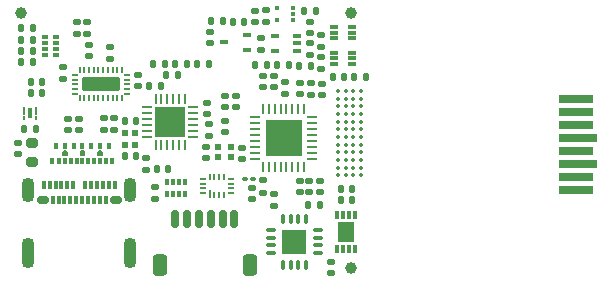
<source format=gbr>
G04 #@! TF.GenerationSoftware,KiCad,Pcbnew,5.99.0-unknown-r23941-4f651901*
G04 #@! TF.CreationDate,2020-11-30T00:39:07+01:00*
G04 #@! TF.ProjectId,sdrewire,73647265-7769-4726-952e-6b696361645f,rev?*
G04 #@! TF.SameCoordinates,PX70d1d60PY66b5f20*
G04 #@! TF.FileFunction,Soldermask,Top*
G04 #@! TF.FilePolarity,Negative*
%FSLAX46Y46*%
G04 Gerber Fmt 4.6, Leading zero omitted, Abs format (unit mm)*
G04 Created by KiCad (PCBNEW 5.99.0-unknown-r23941-4f651901) date 2020-11-30 00:39:07*
%MOMM*%
%LPD*%
G01*
G04 APERTURE LIST*
G04 Aperture macros list*
%AMRoundRect*
0 Rectangle with rounded corners*
0 $1 Rounding radius*
0 $2 $3 $4 $5 $6 $7 $8 $9 X,Y pos of 4 corners*
0 Add a 4 corners polygon primitive as box body*
4,1,4,$2,$3,$4,$5,$6,$7,$8,$9,$2,$3,0*
0 Add four circle primitives for the rounded corners*
1,1,$1+$1,$2,$3,0*
1,1,$1+$1,$4,$5,0*
1,1,$1+$1,$6,$7,0*
1,1,$1+$1,$8,$9,0*
0 Add four rect primitives between the rounded corners*
20,1,$1+$1,$2,$3,$4,$5,0*
20,1,$1+$1,$4,$5,$6,$7,0*
20,1,$1+$1,$6,$7,$8,$9,0*
20,1,$1+$1,$8,$9,$2,$3,0*%
G04 Aperture macros list end*
%ADD10RoundRect,0.135000X-0.135000X-0.185000X0.135000X-0.185000X0.135000X0.185000X-0.135000X0.185000X0*%
%ADD11RoundRect,0.140000X0.170000X-0.140000X0.170000X0.140000X-0.170000X0.140000X-0.170000X-0.140000X0*%
%ADD12RoundRect,0.150000X-0.150000X-0.625000X0.150000X-0.625000X0.150000X0.625000X-0.150000X0.625000X0*%
%ADD13RoundRect,0.250000X-0.350000X-0.650000X0.350000X-0.650000X0.350000X0.650000X-0.350000X0.650000X0*%
%ADD14RoundRect,0.062500X0.062500X-0.350000X0.062500X0.350000X-0.062500X0.350000X-0.062500X-0.350000X0*%
%ADD15RoundRect,0.062500X0.350000X-0.062500X0.350000X0.062500X-0.350000X0.062500X-0.350000X-0.062500X0*%
%ADD16R,2.600000X2.600000*%
%ADD17RoundRect,0.140000X-0.170000X0.140000X-0.170000X-0.140000X0.170000X-0.140000X0.170000X0.140000X0*%
%AMFp18*
4,1,18,0.050000,0.250000,0.069134,0.246194,0.085355,0.235355,0.096194,0.219134,0.100000,0.200000,0.099999,-0.200000,0.096193,-0.219134,0.085354,-0.235355,0.069133,-0.246194,0.049999,-0.250000,-0.050000,-0.250000,-0.069134,-0.246194,-0.085355,-0.235355,-0.096194,-0.219134,-0.100000,-0.200000,-0.099999,0.160000,-0.009999,0.250000,0.050000,0.250000,0.050000,0.250000,$1*%
%ADD18Fp18,180.000000*%
%ADD19RoundRect,0.050000X0.050000X0.200000X-0.050000X0.200000X-0.050000X-0.200000X0.050000X-0.200000X0*%
%AMFp20*
4,1,18,0.096193,-0.219134,0.085354,-0.235355,0.069133,-0.246194,0.049999,-0.250000,-0.050000,-0.250000,-0.069134,-0.246194,-0.085355,-0.235355,-0.096194,-0.219134,-0.100000,-0.200000,-0.099999,0.200000,-0.096193,0.219134,-0.085354,0.235355,-0.069133,0.246194,-0.049999,0.250000,0.010000,0.250000,0.100000,0.160000,0.099999,-0.200000,0.096193,-0.219134,0.096193,-0.219134,$1*%
%ADD20Fp20,180.000000*%
%AMFp21*
4,1,18,0.050000,0.250000,0.069134,0.246194,0.085355,0.235354,0.096194,0.219133,0.100000,0.199999,0.099999,-0.200000,0.096193,-0.219134,0.085354,-0.235355,0.069133,-0.246194,0.049999,-0.250000,-0.050000,-0.250000,-0.069134,-0.246194,-0.085355,-0.235354,-0.096194,-0.219133,-0.100000,-0.199999,-0.099999,0.160000,-0.009999,0.250000,0.050000,0.250000,0.050000,0.250000,$1*%
%ADD21Fp21,270.000000*%
%ADD22RoundRect,0.050000X-0.200000X0.050000X-0.200000X-0.050000X0.200000X-0.050000X0.200000X0.050000X0*%
%AMFp23*
4,1,18,0.096193,-0.219134,0.085354,-0.235355,0.069133,-0.246194,0.049999,-0.250000,-0.050000,-0.250000,-0.069134,-0.246194,-0.085355,-0.235354,-0.096194,-0.219133,-0.100000,-0.199999,-0.099999,0.200000,-0.096193,0.219134,-0.085354,0.235355,-0.069133,0.246194,-0.049999,0.250000,0.010000,0.250000,0.100000,0.159999,0.099999,-0.200000,0.096193,-0.219134,0.096193,-0.219134,$1*%
%ADD23Fp23,270.000000*%
%AMFp24*
4,1,18,0.050000,0.250000,0.069134,0.246194,0.085355,0.235355,0.096194,0.219134,0.100000,0.200000,0.100000,-0.200000,0.096194,-0.219134,0.085355,-0.235355,0.069134,-0.246194,0.050000,-0.250000,-0.050000,-0.250000,-0.069134,-0.246194,-0.085355,-0.235355,-0.096194,-0.219134,-0.100000,-0.200000,-0.100000,0.160000,-0.010000,0.250000,0.050000,0.250000,0.050000,0.250000,$1*%
%ADD24Fp24,0.000000*%
%ADD25RoundRect,0.050000X-0.050000X-0.200000X0.050000X-0.200000X0.050000X0.200000X-0.050000X0.200000X0*%
%AMFp26*
4,1,18,0.096194,-0.219134,0.085355,-0.235355,0.069134,-0.246194,0.050000,-0.250000,-0.050000,-0.250000,-0.069134,-0.246194,-0.085355,-0.235355,-0.096194,-0.219134,-0.100000,-0.200000,-0.100000,0.200000,-0.096194,0.219134,-0.085355,0.235355,-0.069134,0.246194,-0.050000,0.250000,0.010000,0.250000,0.100000,0.160000,0.100000,-0.200000,0.096194,-0.219134,0.096194,-0.219134,$1*%
%ADD26Fp26,0.000000*%
%AMFp27*
4,1,18,0.050000,0.250000,0.069134,0.246194,0.085355,0.235355,0.096194,0.219134,0.100000,0.200000,0.099999,-0.200000,0.096193,-0.219134,0.085354,-0.235355,0.069133,-0.246194,0.049999,-0.250000,-0.050000,-0.250000,-0.069134,-0.246194,-0.085355,-0.235355,-0.096194,-0.219134,-0.100000,-0.200000,-0.099999,0.160000,-0.009999,0.250000,0.050000,0.250000,0.050000,0.250000,$1*%
%ADD27Fp27,90.000000*%
%ADD28RoundRect,0.050000X0.200000X-0.050000X0.200000X0.050000X-0.200000X0.050000X-0.200000X-0.050000X0*%
%AMFp29*
4,1,18,0.096193,-0.219134,0.085354,-0.235355,0.069133,-0.246194,0.049999,-0.250000,-0.050000,-0.250000,-0.069134,-0.246194,-0.085355,-0.235355,-0.096194,-0.219134,-0.100000,-0.200000,-0.099999,0.200000,-0.096193,0.219134,-0.085354,0.235355,-0.069133,0.246194,-0.049999,0.250000,0.010000,0.250000,0.100000,0.160000,0.099999,-0.200000,0.096193,-0.219134,0.096193,-0.219134,$1*%
%ADD29Fp29,90.000000*%
%ADD30C,0.400000*%
%ADD31RoundRect,0.120000X1.480000X-0.480000X1.480000X0.480000X-1.480000X0.480000X-1.480000X-0.480000X0*%
%ADD32RoundRect,0.140000X0.140000X0.170000X-0.140000X0.170000X-0.140000X-0.170000X0.140000X-0.170000X0*%
%ADD33R,0.700000X0.450000*%
%ADD34RoundRect,0.140000X-0.140000X-0.170000X0.140000X-0.170000X0.140000X0.170000X-0.140000X0.170000X0*%
%ADD35RoundRect,0.135000X0.135000X0.185000X-0.135000X0.185000X-0.135000X-0.185000X0.135000X-0.185000X0*%
%ADD36RoundRect,0.135000X-0.185000X0.135000X-0.185000X-0.135000X0.185000X-0.135000X0.185000X0.135000X0*%
%ADD37C,1.000000*%
%ADD38R,0.600000X0.500000*%
%ADD39R,0.700000X0.340000*%
%ADD40RoundRect,0.135000X0.185000X-0.135000X0.185000X0.135000X-0.185000X0.135000X-0.185000X-0.135000X0*%
%ADD41R,2.900000X0.800000*%
%ADD42R,3.200000X0.800000*%
%ADD43RoundRect,0.147500X-0.147500X-0.172500X0.147500X-0.172500X0.147500X0.172500X-0.147500X0.172500X0*%
%ADD44R,0.500000X0.400000*%
%ADD45R,0.500000X0.300000*%
%ADD46RoundRect,0.062500X-0.062500X-0.087500X0.062500X-0.087500X0.062500X0.087500X-0.062500X0.087500X0*%
%ADD47R,0.300000X0.940000*%
%ADD48RoundRect,0.062500X-0.375000X-0.062500X0.375000X-0.062500X0.375000X0.062500X-0.375000X0.062500X0*%
%ADD49RoundRect,0.062500X-0.062500X-0.375000X0.062500X-0.375000X0.062500X0.375000X-0.062500X0.375000X0*%
%ADD50R,3.100000X3.100000*%
%ADD51RoundRect,0.100000X0.130000X0.100000X-0.130000X0.100000X-0.130000X-0.100000X0.130000X-0.100000X0*%
%ADD52C,0.350000*%
%ADD53RoundRect,0.075000X0.350000X0.075000X-0.350000X0.075000X-0.350000X-0.075000X0.350000X-0.075000X0*%
%ADD54RoundRect,0.075000X0.075000X0.350000X-0.075000X0.350000X-0.075000X-0.350000X0.075000X-0.350000X0*%
%ADD55R,2.100000X2.100000*%
%ADD56R,0.450000X0.500000*%
%ADD57R,0.300000X0.500000*%
%ADD58O,0.200000X0.700000*%
%ADD59O,0.200000X0.600000*%
%ADD60O,0.600000X0.200000*%
%ADD61RoundRect,0.200000X0.275000X-0.200000X0.275000X0.200000X-0.275000X0.200000X-0.275000X-0.200000X0*%
%ADD62R,0.500000X0.600000*%
%ADD63RoundRect,0.075000X-0.075000X-0.275000X0.075000X-0.275000X0.075000X0.275000X-0.075000X0.275000X0*%
%ADD64RoundRect,0.175000X-0.325000X-0.175000X0.325000X-0.175000X0.325000X0.175000X-0.325000X0.175000X0*%
%ADD65O,1.100000X2.600000*%
%ADD66O,1.100000X2.100000*%
%ADD67R,0.450000X0.300000*%
%ADD68R,0.300000X0.750000*%
%ADD69R,1.450000X1.750000*%
%ADD70R,0.650000X0.400000*%
%ADD71R,0.400000X0.500000*%
G04 APERTURE END LIST*
D10*
G04 #@! TO.C,R11*
X17090000Y21860000D03*
X18110000Y21860000D03*
G04 #@! TD*
D11*
G04 #@! TO.C,C40*
X21730000Y21830000D03*
X21730000Y22790000D03*
G04 #@! TD*
D12*
G04 #@! TO.C,J2*
X14100000Y5120000D03*
X15100000Y5120000D03*
X16100000Y5120000D03*
X17100000Y5120000D03*
X18100000Y5120000D03*
X19100000Y5120000D03*
D13*
X12800000Y1245000D03*
X20400000Y1245000D03*
G04 #@! TD*
D14*
G04 #@! TO.C,U4*
X12420000Y11392500D03*
X12920000Y11392500D03*
X13420000Y11392500D03*
X13920000Y11392500D03*
X14420000Y11392500D03*
X14920000Y11392500D03*
D15*
X15607500Y12080000D03*
X15607500Y12580000D03*
X15607500Y13080000D03*
X15607500Y13580000D03*
X15607500Y14080000D03*
X15607500Y14580000D03*
D14*
X14920000Y15267500D03*
X14420000Y15267500D03*
X13920000Y15267500D03*
X13420000Y15267500D03*
X12920000Y15267500D03*
X12420000Y15267500D03*
D15*
X11732500Y14580000D03*
X11732500Y14080000D03*
X11732500Y13580000D03*
X11732500Y13080000D03*
X11732500Y12580000D03*
X11732500Y12080000D03*
D16*
X13670000Y13330000D03*
G04 #@! TD*
D17*
G04 #@! TO.C,C51*
X22450000Y17240000D03*
X22450000Y16280000D03*
G04 #@! TD*
D11*
G04 #@! TO.C,C6*
X8010000Y12700000D03*
X8010000Y13660000D03*
G04 #@! TD*
D17*
G04 #@! TO.C,C38*
X20570000Y7790000D03*
X20570000Y6830000D03*
G04 #@! TD*
D18*
G04 #@! TO.C,U2*
X9580000Y17740000D03*
D19*
X9180000Y17740000D03*
X8780000Y17740000D03*
X8380000Y17740000D03*
X7980000Y17740000D03*
X7580000Y17740000D03*
X7180000Y17740000D03*
X6780000Y17740000D03*
X6380000Y17740000D03*
D20*
X5980000Y17740000D03*
D21*
X5580000Y17340000D03*
D22*
X5580000Y16940000D03*
X5580000Y16540000D03*
X5580000Y16140000D03*
D23*
X5580000Y15740000D03*
D24*
X5980000Y15340000D03*
D25*
X6380000Y15340000D03*
X6780000Y15340000D03*
X7180000Y15340000D03*
X7580000Y15340000D03*
X7980000Y15340000D03*
X8380000Y15340000D03*
X8780000Y15340000D03*
X9180000Y15340000D03*
D26*
X9580000Y15340000D03*
D27*
X9980000Y15740000D03*
D28*
X9980000Y16140000D03*
X9980000Y16540000D03*
X9980000Y16940000D03*
D29*
X9980000Y17340000D03*
D30*
X8980000Y16840000D03*
X6580000Y16840000D03*
X8980000Y16240000D03*
X7780000Y16240000D03*
X7780000Y16840000D03*
D31*
X7780000Y16540000D03*
D30*
X6580000Y16240000D03*
G04 #@! TD*
D32*
G04 #@! TO.C,C42*
X19920000Y21850000D03*
X18960000Y21850000D03*
G04 #@! TD*
D10*
G04 #@! TO.C,R10*
X29190000Y17170000D03*
X30210000Y17170000D03*
G04 #@! TD*
D33*
G04 #@! TO.C,Q2*
X20190000Y19440000D03*
X20190000Y20740000D03*
X18190000Y20090000D03*
G04 #@! TD*
D11*
G04 #@! TO.C,C8*
X5950455Y12669654D03*
X5950455Y13629654D03*
G04 #@! TD*
D34*
G04 #@! TO.C,C10*
X1840000Y16740000D03*
X2800000Y16740000D03*
G04 #@! TD*
D35*
G04 #@! TO.C,R1*
X13210000Y18260000D03*
X12190000Y18260000D03*
G04 #@! TD*
D36*
G04 #@! TO.C,R6*
X8560000Y19730000D03*
X8560000Y18710000D03*
G04 #@! TD*
D37*
G04 #@! TO.C,FID2*
X1000000Y22605000D03*
G04 #@! TD*
D38*
G04 #@! TO.C,Y2*
X17670000Y10400000D03*
X18770000Y10400000D03*
X18770000Y11200000D03*
X17670000Y11200000D03*
G04 #@! TD*
D10*
G04 #@! TO.C,R24*
X24550000Y18120000D03*
X25570000Y18120000D03*
G04 #@! TD*
D39*
G04 #@! TO.C,Q1*
X27550000Y19230000D03*
X27550000Y18730000D03*
X27550000Y18230000D03*
X29050000Y18230000D03*
X29050000Y18730000D03*
X29050000Y19230000D03*
G04 #@! TD*
D10*
G04 #@! TO.C,R9*
X25020000Y22740000D03*
X26040000Y22740000D03*
G04 #@! TD*
D17*
G04 #@! TO.C,C37*
X22420000Y7230000D03*
X22420000Y6270000D03*
G04 #@! TD*
D11*
G04 #@! TO.C,C44*
X25510000Y20880000D03*
X25510000Y21840000D03*
G04 #@! TD*
D40*
G04 #@! TO.C,R3*
X11650000Y9300000D03*
X11650000Y10320000D03*
G04 #@! TD*
D41*
G04 #@! TO.C,J4*
X48050000Y15305000D03*
X48050000Y14205000D03*
X48050000Y13105000D03*
D42*
X48200000Y12005000D03*
D41*
X48050000Y10905000D03*
D42*
X48200000Y9805000D03*
D41*
X48050000Y8705000D03*
X48050000Y7605000D03*
G04 #@! TD*
D11*
G04 #@! TO.C,C9*
X8930000Y12700000D03*
X8930000Y13660000D03*
G04 #@! TD*
D43*
G04 #@! TO.C,D1*
X1040000Y21270000D03*
X2010000Y21270000D03*
G04 #@! TD*
D17*
G04 #@! TO.C,C50*
X21530000Y17240000D03*
X21530000Y16280000D03*
G04 #@! TD*
D34*
G04 #@! TO.C,C7*
X1840000Y15820000D03*
X2800000Y15820000D03*
G04 #@! TD*
G04 #@! TO.C,C57*
X28120000Y6730000D03*
X29080000Y6730000D03*
G04 #@! TD*
D11*
G04 #@! TO.C,C55*
X24630000Y15720000D03*
X24630000Y16680000D03*
G04 #@! TD*
D44*
G04 #@! TO.C,RN1*
X3025000Y20530000D03*
D45*
X3025000Y20030000D03*
X3025000Y19530000D03*
D44*
X3025000Y19030000D03*
X4025000Y19030000D03*
D45*
X4025000Y19530000D03*
X4025000Y20030000D03*
D44*
X4025000Y20530000D03*
G04 #@! TD*
D32*
G04 #@! TO.C,C46*
X28380000Y17160000D03*
X27420000Y17160000D03*
G04 #@! TD*
D46*
G04 #@! TO.C,U1*
X1305000Y14480000D03*
X1305000Y14080000D03*
X1305000Y13680000D03*
X2255000Y13680000D03*
X2255000Y14080000D03*
X2255000Y14480000D03*
D47*
X1780000Y14080000D03*
G04 #@! TD*
D10*
G04 #@! TO.C,R8*
X11890000Y16430000D03*
X12910000Y16430000D03*
G04 #@! TD*
D36*
G04 #@! TO.C,R29*
X21370000Y20480000D03*
X21370000Y19460000D03*
G04 #@! TD*
D39*
G04 #@! TO.C,Q3*
X27530000Y21420000D03*
X27530000Y20920000D03*
X27530000Y20420000D03*
X29030000Y20420000D03*
X29030000Y20920000D03*
X29030000Y21420000D03*
G04 #@! TD*
D35*
G04 #@! TO.C,R2*
X14340000Y17310000D03*
X13320000Y17310000D03*
G04 #@! TD*
D40*
G04 #@! TO.C,R31*
X21490000Y7380000D03*
X21490000Y8400000D03*
G04 #@! TD*
D10*
G04 #@! TO.C,R37*
X22690000Y18140000D03*
X23710000Y18140000D03*
G04 #@! TD*
D17*
G04 #@! TO.C,C49*
X25590000Y16630000D03*
X25590000Y15670000D03*
G04 #@! TD*
D43*
G04 #@! TO.C,D2*
X1035000Y20320000D03*
X2005000Y20320000D03*
G04 #@! TD*
D11*
G04 #@! TO.C,C45*
X17040000Y20000000D03*
X17040000Y20960000D03*
G04 #@! TD*
G04 #@! TO.C,C19*
X19720000Y10220000D03*
X19720000Y11180000D03*
G04 #@! TD*
D34*
G04 #@! TO.C,C3*
X1300000Y12720000D03*
X2260000Y12720000D03*
G04 #@! TD*
D11*
G04 #@! TO.C,C2*
X790000Y10640000D03*
X790000Y11600000D03*
G04 #@! TD*
D40*
G04 #@! TO.C,R28*
X25520000Y19010000D03*
X25520000Y20030000D03*
G04 #@! TD*
D48*
G04 #@! TO.C,U14*
X20812500Y13755000D03*
X20812500Y13255000D03*
X20812500Y12755000D03*
X20812500Y12255000D03*
X20812500Y11755000D03*
X20812500Y11255000D03*
X20812500Y10755000D03*
X20812500Y10255000D03*
D49*
X21500000Y9567500D03*
X22000000Y9567500D03*
X22500000Y9567500D03*
X23000000Y9567500D03*
X23500000Y9567500D03*
X24000000Y9567500D03*
X24500000Y9567500D03*
X25000000Y9567500D03*
D48*
X25687500Y10255000D03*
X25687500Y10755000D03*
X25687500Y11255000D03*
X25687500Y11755000D03*
X25687500Y12255000D03*
X25687500Y12755000D03*
X25687500Y13255000D03*
X25687500Y13755000D03*
D49*
X25000000Y14442500D03*
X24500000Y14442500D03*
X24000000Y14442500D03*
X23500000Y14442500D03*
X23000000Y14442500D03*
X22500000Y14442500D03*
X22000000Y14442500D03*
X21500000Y14442500D03*
D50*
X23250000Y12005000D03*
G04 #@! TD*
D17*
G04 #@! TO.C,C11*
X19240000Y15550000D03*
X19240000Y14590000D03*
G04 #@! TD*
D51*
G04 #@! TO.C,C48*
X20640000Y8550000D03*
X20000000Y8550000D03*
G04 #@! TD*
D52*
G04 #@! TO.C,U12*
X29825000Y8830000D03*
X29175000Y8830000D03*
X28525000Y8830000D03*
X27875000Y8830000D03*
X29825000Y9480000D03*
X29175000Y9480000D03*
X28525000Y9480000D03*
X27875000Y9480000D03*
X29825000Y10130000D03*
X29175000Y10130000D03*
X28525000Y10130000D03*
X27875000Y10130000D03*
X29825000Y10780000D03*
X29175000Y10780000D03*
X28525000Y10780000D03*
X27875000Y10780000D03*
X29825000Y11430000D03*
X29175000Y11430000D03*
X28525000Y11430000D03*
X27875000Y11430000D03*
X29825000Y12080000D03*
X29175000Y12080000D03*
X28525000Y12080000D03*
X27875000Y12080000D03*
X29825000Y12730000D03*
X29175000Y12730000D03*
X28525000Y12730000D03*
X27875000Y12730000D03*
X29825000Y13380000D03*
X29175000Y13380000D03*
X28525000Y13380000D03*
X27875000Y13380000D03*
X29825000Y14030000D03*
X29175000Y14030000D03*
X28525000Y14030000D03*
X27875000Y14030000D03*
X29825000Y14680000D03*
X29175000Y14680000D03*
X28525000Y14680000D03*
X27875000Y14680000D03*
X29825000Y15330000D03*
X29175000Y15330000D03*
X28525000Y15330000D03*
X27875000Y15330000D03*
X29825000Y15980000D03*
X29175000Y15980000D03*
X28525000Y15980000D03*
X27875000Y15980000D03*
G04 #@! TD*
D17*
G04 #@! TO.C,C21*
X6790000Y19880000D03*
X6790000Y18920000D03*
G04 #@! TD*
D53*
G04 #@! TO.C,U7*
X26130000Y2245000D03*
X26130000Y2895000D03*
X26130000Y3545000D03*
X26130000Y4195000D03*
D54*
X25155000Y5170000D03*
X24505000Y5170000D03*
X23855000Y5170000D03*
X23205000Y5170000D03*
D53*
X22230000Y4195000D03*
X22230000Y3545000D03*
X22230000Y2895000D03*
X22230000Y2245000D03*
D54*
X23205000Y1270000D03*
X23855000Y1270000D03*
X24505000Y1270000D03*
X25155000Y1270000D03*
D55*
X24180000Y3220000D03*
G04 #@! TD*
D56*
G04 #@! TO.C,U3*
X3655000Y10040000D03*
D57*
X4230000Y10040000D03*
X4730000Y10040000D03*
X5230000Y10040000D03*
X5730000Y10040000D03*
X6230000Y10040000D03*
X6730000Y10040000D03*
X7230000Y10040000D03*
X7730000Y10040000D03*
X8230000Y10040000D03*
X8730000Y10040000D03*
X8480000Y11340000D03*
X7730000Y11340000D03*
X6980000Y11340000D03*
X6230000Y11340000D03*
X5480000Y11340000D03*
X4730000Y11340000D03*
X3980000Y11340000D03*
G36*
X4980000Y10790000D02*
G01*
X4980000Y10440000D01*
X4480000Y10440000D01*
X4480000Y10790000D01*
X4630000Y10940000D01*
X4830000Y10940000D01*
X4980000Y10790000D01*
G37*
G36*
X6480000Y10790000D02*
G01*
X6480000Y10440000D01*
X5980000Y10440000D01*
X5980000Y10790000D01*
X6130000Y10940000D01*
X6330000Y10940000D01*
X6480000Y10790000D01*
G37*
G36*
X7980000Y10790000D02*
G01*
X7980000Y10440000D01*
X7480000Y10440000D01*
X7480000Y10790000D01*
X7630000Y10940000D01*
X7830000Y10940000D01*
X7980000Y10790000D01*
G37*
G04 #@! TD*
D37*
G04 #@! TO.C,FID5*
X29000000Y22605000D03*
G04 #@! TD*
D11*
G04 #@! TO.C,C62*
X12350000Y6850000D03*
X12350000Y7810000D03*
G04 #@! TD*
D58*
G04 #@! TO.C,U5*
X17000000Y7230000D03*
D59*
X17400000Y7130000D03*
X17800000Y7130000D03*
X18200000Y7130000D03*
D60*
X18800000Y7330000D03*
X18800000Y7730000D03*
X18800000Y8130000D03*
X18800000Y8530000D03*
D59*
X18200000Y8730000D03*
X17800000Y8730000D03*
X17400000Y8730000D03*
X17000000Y8730000D03*
D60*
X16400000Y8530000D03*
X16400000Y8130000D03*
X16400000Y7730000D03*
X16400000Y7330000D03*
G04 #@! TD*
D11*
G04 #@! TO.C,C53*
X26375000Y7400000D03*
X26375000Y8360000D03*
G04 #@! TD*
D17*
G04 #@! TO.C,C52*
X18270000Y13430000D03*
X18270000Y12470000D03*
G04 #@! TD*
G04 #@! TO.C,C16*
X16740000Y14970000D03*
X16740000Y14010000D03*
G04 #@! TD*
G04 #@! TO.C,C13*
X18315000Y15550000D03*
X18315000Y14590000D03*
G04 #@! TD*
D35*
G04 #@! TO.C,R4*
X16930000Y18300000D03*
X15910000Y18300000D03*
G04 #@! TD*
D61*
G04 #@! TO.C,FB2*
X1990000Y9955000D03*
X1990000Y11605000D03*
G04 #@! TD*
D34*
G04 #@! TO.C,C4*
X9800000Y13410000D03*
X10760000Y13410000D03*
G04 #@! TD*
D17*
G04 #@! TO.C,C20*
X16700000Y11270000D03*
X16700000Y10310000D03*
G04 #@! TD*
D10*
G04 #@! TO.C,R30*
X20820000Y18140000D03*
X21840000Y18140000D03*
G04 #@! TD*
D43*
G04 #@! TO.C,D3*
X1035000Y18430000D03*
X2005000Y18430000D03*
G04 #@! TD*
D62*
G04 #@! TO.C,Y1*
X9870000Y12460000D03*
X9870000Y11360000D03*
X10670000Y11360000D03*
X10670000Y12460000D03*
G04 #@! TD*
D34*
G04 #@! TO.C,C18*
X12550000Y9410000D03*
X13510000Y9410000D03*
G04 #@! TD*
D11*
G04 #@! TO.C,C47*
X25450000Y7400000D03*
X25450000Y8360000D03*
G04 #@! TD*
D32*
G04 #@! TO.C,C15*
X10770000Y10490000D03*
X9810000Y10490000D03*
G04 #@! TD*
D11*
G04 #@! TO.C,C14*
X5730000Y20840000D03*
X5730000Y21800000D03*
G04 #@! TD*
G04 #@! TO.C,C56*
X26530000Y15640000D03*
X26530000Y16600000D03*
G04 #@! TD*
G04 #@! TO.C,C12*
X6630000Y20840000D03*
X6630000Y21800000D03*
G04 #@! TD*
D63*
G04 #@! TO.C,J1*
X2950000Y8040000D03*
X3450000Y8040000D03*
X3950000Y8040000D03*
X4450000Y8040000D03*
X4950000Y8040000D03*
X5450000Y8040000D03*
X6450000Y8040000D03*
X6950000Y8040000D03*
X7450000Y8040000D03*
X7950000Y8040000D03*
X8450000Y8040000D03*
X8950000Y8040000D03*
D64*
X9050000Y6730000D03*
D63*
X8200000Y6730000D03*
X7700000Y6730000D03*
X7200000Y6730000D03*
X6700000Y6730000D03*
X6200000Y6730000D03*
X5700000Y6730000D03*
X5200000Y6730000D03*
X4700000Y6730000D03*
X4200000Y6730000D03*
X3700000Y6730000D03*
D64*
X2850000Y6730000D03*
D65*
X10270000Y2260000D03*
X1630000Y2260000D03*
D66*
X1630000Y7620000D03*
X10270000Y7620000D03*
G04 #@! TD*
D67*
G04 #@! TO.C,U11*
X24070000Y22000000D03*
X24070000Y22500000D03*
X24070000Y23000000D03*
X22670000Y23000000D03*
X22670000Y22000000D03*
G04 #@! TD*
D36*
G04 #@! TO.C,R7*
X4570000Y18030000D03*
X4570000Y17010000D03*
G04 #@! TD*
D11*
G04 #@! TO.C,C54*
X24610000Y7390000D03*
X24610000Y8350000D03*
G04 #@! TD*
D10*
G04 #@! TO.C,R12*
X25320000Y6360000D03*
X26340000Y6360000D03*
G04 #@! TD*
D36*
G04 #@! TO.C,R26*
X26460000Y18830000D03*
X26460000Y17810000D03*
G04 #@! TD*
D40*
G04 #@! TO.C,R25*
X26450000Y19670000D03*
X26450000Y20690000D03*
G04 #@! TD*
D43*
G04 #@! TO.C,D4*
X1035000Y19370000D03*
X2005000Y19370000D03*
G04 #@! TD*
D10*
G04 #@! TO.C,R5*
X14060000Y18300000D03*
X15080000Y18300000D03*
G04 #@! TD*
D17*
G04 #@! TO.C,C17*
X16964667Y13139535D03*
X16964667Y12179535D03*
G04 #@! TD*
D11*
G04 #@! TO.C,C43*
X20810000Y21820000D03*
X20810000Y22780000D03*
G04 #@! TD*
G04 #@! TO.C,C39*
X27270000Y570000D03*
X27270000Y1530000D03*
G04 #@! TD*
D68*
G04 #@! TO.C,U15*
X27820000Y2600000D03*
X28320000Y2600000D03*
X28820000Y2600000D03*
X29320000Y2600000D03*
X29320000Y5500000D03*
X28820000Y5500000D03*
X28320000Y5500000D03*
X27820000Y5500000D03*
D69*
X28570000Y4050000D03*
G04 #@! TD*
D70*
G04 #@! TO.C,U13*
X24390000Y19350000D03*
X24390000Y20000000D03*
X24390000Y20650000D03*
X22490000Y20650000D03*
X22490000Y19350000D03*
G04 #@! TD*
D37*
G04 #@! TO.C,FID1*
X29000000Y1000000D03*
G04 #@! TD*
D71*
G04 #@! TO.C,RN2*
X13410000Y7240000D03*
D57*
X13910000Y7240000D03*
X14410000Y7240000D03*
D71*
X14910000Y7240000D03*
X14910000Y8240000D03*
D57*
X14410000Y8240000D03*
X13910000Y8240000D03*
D71*
X13410000Y8240000D03*
G04 #@! TD*
D17*
G04 #@! TO.C,C1*
X10970000Y17340000D03*
X10970000Y16380000D03*
G04 #@! TD*
D36*
G04 #@! TO.C,R39*
X23390000Y16720000D03*
X23390000Y15700000D03*
G04 #@! TD*
D34*
G04 #@! TO.C,C41*
X28120000Y7640000D03*
X29080000Y7640000D03*
G04 #@! TD*
D11*
G04 #@! TO.C,C5*
X5020001Y12669999D03*
X5020001Y13629999D03*
G04 #@! TD*
M02*

</source>
